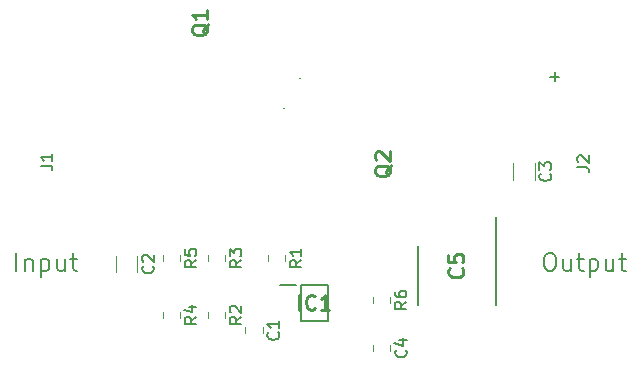
<source format=gbr>
%TF.GenerationSoftware,KiCad,Pcbnew,(5.1.9)-1*%
%TF.CreationDate,2021-09-21T17:39:54+01:00*%
%TF.ProjectId,InlinePowerpoleBOB,496e6c69-6e65-4506-9f77-6572706f6c65,rev?*%
%TF.SameCoordinates,Original*%
%TF.FileFunction,Legend,Top*%
%TF.FilePolarity,Positive*%
%FSLAX46Y46*%
G04 Gerber Fmt 4.6, Leading zero omitted, Abs format (unit mm)*
G04 Created by KiCad (PCBNEW (5.1.9)-1) date 2021-09-21 17:39:54*
%MOMM*%
%LPD*%
G01*
G04 APERTURE LIST*
%ADD10C,0.200000*%
%ADD11C,0.100000*%
%ADD12C,0.120000*%
%ADD13C,0.254000*%
%ADD14C,0.150000*%
G04 APERTURE END LIST*
D10*
X159524285Y-66869571D02*
X159810000Y-66869571D01*
X159952857Y-66941000D01*
X160095714Y-67083857D01*
X160167142Y-67369571D01*
X160167142Y-67869571D01*
X160095714Y-68155285D01*
X159952857Y-68298142D01*
X159810000Y-68369571D01*
X159524285Y-68369571D01*
X159381428Y-68298142D01*
X159238571Y-68155285D01*
X159167142Y-67869571D01*
X159167142Y-67369571D01*
X159238571Y-67083857D01*
X159381428Y-66941000D01*
X159524285Y-66869571D01*
X161452857Y-67369571D02*
X161452857Y-68369571D01*
X160810000Y-67369571D02*
X160810000Y-68155285D01*
X160881428Y-68298142D01*
X161024285Y-68369571D01*
X161238571Y-68369571D01*
X161381428Y-68298142D01*
X161452857Y-68226714D01*
X161952857Y-67369571D02*
X162524285Y-67369571D01*
X162167142Y-66869571D02*
X162167142Y-68155285D01*
X162238571Y-68298142D01*
X162381428Y-68369571D01*
X162524285Y-68369571D01*
X163024285Y-67369571D02*
X163024285Y-68869571D01*
X163024285Y-67441000D02*
X163167142Y-67369571D01*
X163452857Y-67369571D01*
X163595714Y-67441000D01*
X163667142Y-67512428D01*
X163738571Y-67655285D01*
X163738571Y-68083857D01*
X163667142Y-68226714D01*
X163595714Y-68298142D01*
X163452857Y-68369571D01*
X163167142Y-68369571D01*
X163024285Y-68298142D01*
X165024285Y-67369571D02*
X165024285Y-68369571D01*
X164381428Y-67369571D02*
X164381428Y-68155285D01*
X164452857Y-68298142D01*
X164595714Y-68369571D01*
X164810000Y-68369571D01*
X164952857Y-68298142D01*
X165024285Y-68226714D01*
X165524285Y-67369571D02*
X166095714Y-67369571D01*
X165738571Y-66869571D02*
X165738571Y-68155285D01*
X165810000Y-68298142D01*
X165952857Y-68369571D01*
X166095714Y-68369571D01*
X114502714Y-68369571D02*
X114502714Y-66869571D01*
X115217000Y-67369571D02*
X115217000Y-68369571D01*
X115217000Y-67512428D02*
X115288428Y-67441000D01*
X115431285Y-67369571D01*
X115645571Y-67369571D01*
X115788428Y-67441000D01*
X115859857Y-67583857D01*
X115859857Y-68369571D01*
X116574142Y-67369571D02*
X116574142Y-68869571D01*
X116574142Y-67441000D02*
X116717000Y-67369571D01*
X117002714Y-67369571D01*
X117145571Y-67441000D01*
X117217000Y-67512428D01*
X117288428Y-67655285D01*
X117288428Y-68083857D01*
X117217000Y-68226714D01*
X117145571Y-68298142D01*
X117002714Y-68369571D01*
X116717000Y-68369571D01*
X116574142Y-68298142D01*
X118574142Y-67369571D02*
X118574142Y-68369571D01*
X117931285Y-67369571D02*
X117931285Y-68155285D01*
X118002714Y-68298142D01*
X118145571Y-68369571D01*
X118359857Y-68369571D01*
X118502714Y-68298142D01*
X118574142Y-68226714D01*
X119074142Y-67369571D02*
X119645571Y-67369571D01*
X119288428Y-66869571D02*
X119288428Y-68155285D01*
X119359857Y-68298142D01*
X119502714Y-68369571D01*
X119645571Y-68369571D01*
%TO.C,IC1*%
X136775000Y-69620000D02*
X138200000Y-69620000D01*
X138550000Y-72620000D02*
X138550000Y-69620000D01*
X140850000Y-72620000D02*
X138550000Y-72620000D01*
X140850000Y-69620000D02*
X140850000Y-72620000D01*
X138550000Y-69620000D02*
X140850000Y-69620000D01*
%TO.C,C5*%
X148465000Y-66295000D02*
X148465000Y-71245000D01*
X155065000Y-63820000D02*
X155065000Y-71245000D01*
D11*
%TO.C,Q2*%
X138440000Y-52070000D02*
X138440000Y-52070000D01*
X138540000Y-52070000D02*
X138540000Y-52070000D01*
X138440000Y-52070000D02*
G75*
G02*
X138540000Y-52070000I50000J0D01*
G01*
X138540000Y-52070000D02*
G75*
G02*
X138440000Y-52070000I-50000J0D01*
G01*
%TO.C,Q1*%
X137150000Y-54610000D02*
X137150000Y-54610000D01*
X137050000Y-54610000D02*
X137050000Y-54610000D01*
X137150000Y-54610000D02*
G75*
G02*
X137050000Y-54610000I-50000J0D01*
G01*
X137050000Y-54610000D02*
G75*
G02*
X137150000Y-54610000I50000J0D01*
G01*
D12*
%TO.C,R6*%
X144680000Y-70622936D02*
X144680000Y-71077064D01*
X146150000Y-70622936D02*
X146150000Y-71077064D01*
%TO.C,R5*%
X126900000Y-67082936D02*
X126900000Y-67537064D01*
X128370000Y-67082936D02*
X128370000Y-67537064D01*
%TO.C,R4*%
X126900000Y-71892936D02*
X126900000Y-72347064D01*
X128370000Y-71892936D02*
X128370000Y-72347064D01*
%TO.C,R3*%
X130710000Y-67082936D02*
X130710000Y-67537064D01*
X132180000Y-67082936D02*
X132180000Y-67537064D01*
%TO.C,R2*%
X130710000Y-71892936D02*
X130710000Y-72347064D01*
X132180000Y-71892936D02*
X132180000Y-72347064D01*
%TO.C,R1*%
X135790000Y-67082936D02*
X135790000Y-67537064D01*
X137260000Y-67082936D02*
X137260000Y-67537064D01*
%TO.C,C4*%
X144680000Y-74668748D02*
X144680000Y-75191252D01*
X146150000Y-74668748D02*
X146150000Y-75191252D01*
%TO.C,C3*%
X156570000Y-59271248D02*
X156570000Y-60693752D01*
X158390000Y-59271248D02*
X158390000Y-60693752D01*
%TO.C,C2*%
X122915000Y-67106748D02*
X122915000Y-68529252D01*
X124735000Y-67106748D02*
X124735000Y-68529252D01*
%TO.C,C1*%
X133885000Y-73166248D02*
X133885000Y-73688752D01*
X135355000Y-73166248D02*
X135355000Y-73688752D01*
%TO.C,IC1*%
D13*
X138460238Y-71694523D02*
X138460238Y-70424523D01*
X139790714Y-71573571D02*
X139730238Y-71634047D01*
X139548809Y-71694523D01*
X139427857Y-71694523D01*
X139246428Y-71634047D01*
X139125476Y-71513095D01*
X139065000Y-71392142D01*
X139004523Y-71150238D01*
X139004523Y-70968809D01*
X139065000Y-70726904D01*
X139125476Y-70605952D01*
X139246428Y-70485000D01*
X139427857Y-70424523D01*
X139548809Y-70424523D01*
X139730238Y-70485000D01*
X139790714Y-70545476D01*
X141000238Y-71694523D02*
X140274523Y-71694523D01*
X140637380Y-71694523D02*
X140637380Y-70424523D01*
X140516428Y-70605952D01*
X140395476Y-70726904D01*
X140274523Y-70787380D01*
%TO.C,C5*%
X152218571Y-68156666D02*
X152279047Y-68217142D01*
X152339523Y-68398571D01*
X152339523Y-68519523D01*
X152279047Y-68700952D01*
X152158095Y-68821904D01*
X152037142Y-68882380D01*
X151795238Y-68942857D01*
X151613809Y-68942857D01*
X151371904Y-68882380D01*
X151250952Y-68821904D01*
X151130000Y-68700952D01*
X151069523Y-68519523D01*
X151069523Y-68398571D01*
X151130000Y-68217142D01*
X151190476Y-68156666D01*
X151069523Y-67007619D02*
X151069523Y-67612380D01*
X151674285Y-67672857D01*
X151613809Y-67612380D01*
X151553333Y-67491428D01*
X151553333Y-67189047D01*
X151613809Y-67068095D01*
X151674285Y-67007619D01*
X151795238Y-66947142D01*
X152097619Y-66947142D01*
X152218571Y-67007619D01*
X152279047Y-67068095D01*
X152339523Y-67189047D01*
X152339523Y-67491428D01*
X152279047Y-67612380D01*
X152218571Y-67672857D01*
%TO.C,J2*%
D14*
X161986980Y-59616933D02*
X162701266Y-59616933D01*
X162844123Y-59664552D01*
X162939361Y-59759790D01*
X162986980Y-59902647D01*
X162986980Y-59997885D01*
X162082219Y-59188361D02*
X162034600Y-59140742D01*
X161986980Y-59045504D01*
X161986980Y-58807409D01*
X162034600Y-58712171D01*
X162082219Y-58664552D01*
X162177457Y-58616933D01*
X162272695Y-58616933D01*
X162415552Y-58664552D01*
X162986980Y-59235980D01*
X162986980Y-58616933D01*
X160091428Y-52323952D02*
X160091428Y-51562047D01*
X160472380Y-51943000D02*
X159710476Y-51943000D01*
%TO.C,J1*%
X116546380Y-59489933D02*
X117260666Y-59489933D01*
X117403523Y-59537552D01*
X117498761Y-59632790D01*
X117546380Y-59775647D01*
X117546380Y-59870885D01*
X117546380Y-58489933D02*
X117546380Y-59061361D01*
X117546380Y-58775647D02*
X116546380Y-58775647D01*
X116689238Y-58870885D01*
X116784476Y-58966123D01*
X116832095Y-59061361D01*
%TO.C,Q2*%
D13*
X146237476Y-59429952D02*
X146177000Y-59550904D01*
X146056047Y-59671857D01*
X145874619Y-59853285D01*
X145814142Y-59974238D01*
X145814142Y-60095190D01*
X146116523Y-60034714D02*
X146056047Y-60155666D01*
X145935095Y-60276619D01*
X145693190Y-60337095D01*
X145269857Y-60337095D01*
X145027952Y-60276619D01*
X144907000Y-60155666D01*
X144846523Y-60034714D01*
X144846523Y-59792809D01*
X144907000Y-59671857D01*
X145027952Y-59550904D01*
X145269857Y-59490428D01*
X145693190Y-59490428D01*
X145935095Y-59550904D01*
X146056047Y-59671857D01*
X146116523Y-59792809D01*
X146116523Y-60034714D01*
X144967476Y-59006619D02*
X144907000Y-58946142D01*
X144846523Y-58825190D01*
X144846523Y-58522809D01*
X144907000Y-58401857D01*
X144967476Y-58341380D01*
X145088428Y-58280904D01*
X145209380Y-58280904D01*
X145390809Y-58341380D01*
X146116523Y-59067095D01*
X146116523Y-58280904D01*
%TO.C,Q1*%
X130743476Y-47491952D02*
X130683000Y-47612904D01*
X130562047Y-47733857D01*
X130380619Y-47915285D01*
X130320142Y-48036238D01*
X130320142Y-48157190D01*
X130622523Y-48096714D02*
X130562047Y-48217666D01*
X130441095Y-48338619D01*
X130199190Y-48399095D01*
X129775857Y-48399095D01*
X129533952Y-48338619D01*
X129413000Y-48217666D01*
X129352523Y-48096714D01*
X129352523Y-47854809D01*
X129413000Y-47733857D01*
X129533952Y-47612904D01*
X129775857Y-47552428D01*
X130199190Y-47552428D01*
X130441095Y-47612904D01*
X130562047Y-47733857D01*
X130622523Y-47854809D01*
X130622523Y-48096714D01*
X130622523Y-46342904D02*
X130622523Y-47068619D01*
X130622523Y-46705761D02*
X129352523Y-46705761D01*
X129533952Y-46826714D01*
X129654904Y-46947666D01*
X129715380Y-47068619D01*
%TO.C,R6*%
D14*
X147517380Y-71016666D02*
X147041190Y-71350000D01*
X147517380Y-71588095D02*
X146517380Y-71588095D01*
X146517380Y-71207142D01*
X146565000Y-71111904D01*
X146612619Y-71064285D01*
X146707857Y-71016666D01*
X146850714Y-71016666D01*
X146945952Y-71064285D01*
X146993571Y-71111904D01*
X147041190Y-71207142D01*
X147041190Y-71588095D01*
X146517380Y-70159523D02*
X146517380Y-70350000D01*
X146565000Y-70445238D01*
X146612619Y-70492857D01*
X146755476Y-70588095D01*
X146945952Y-70635714D01*
X147326904Y-70635714D01*
X147422142Y-70588095D01*
X147469761Y-70540476D01*
X147517380Y-70445238D01*
X147517380Y-70254761D01*
X147469761Y-70159523D01*
X147422142Y-70111904D01*
X147326904Y-70064285D01*
X147088809Y-70064285D01*
X146993571Y-70111904D01*
X146945952Y-70159523D01*
X146898333Y-70254761D01*
X146898333Y-70445238D01*
X146945952Y-70540476D01*
X146993571Y-70588095D01*
X147088809Y-70635714D01*
%TO.C,R5*%
X129737380Y-67476666D02*
X129261190Y-67810000D01*
X129737380Y-68048095D02*
X128737380Y-68048095D01*
X128737380Y-67667142D01*
X128785000Y-67571904D01*
X128832619Y-67524285D01*
X128927857Y-67476666D01*
X129070714Y-67476666D01*
X129165952Y-67524285D01*
X129213571Y-67571904D01*
X129261190Y-67667142D01*
X129261190Y-68048095D01*
X128737380Y-66571904D02*
X128737380Y-67048095D01*
X129213571Y-67095714D01*
X129165952Y-67048095D01*
X129118333Y-66952857D01*
X129118333Y-66714761D01*
X129165952Y-66619523D01*
X129213571Y-66571904D01*
X129308809Y-66524285D01*
X129546904Y-66524285D01*
X129642142Y-66571904D01*
X129689761Y-66619523D01*
X129737380Y-66714761D01*
X129737380Y-66952857D01*
X129689761Y-67048095D01*
X129642142Y-67095714D01*
%TO.C,R4*%
X129737380Y-72286666D02*
X129261190Y-72620000D01*
X129737380Y-72858095D02*
X128737380Y-72858095D01*
X128737380Y-72477142D01*
X128785000Y-72381904D01*
X128832619Y-72334285D01*
X128927857Y-72286666D01*
X129070714Y-72286666D01*
X129165952Y-72334285D01*
X129213571Y-72381904D01*
X129261190Y-72477142D01*
X129261190Y-72858095D01*
X129070714Y-71429523D02*
X129737380Y-71429523D01*
X128689761Y-71667619D02*
X129404047Y-71905714D01*
X129404047Y-71286666D01*
%TO.C,R3*%
X133547380Y-67476666D02*
X133071190Y-67810000D01*
X133547380Y-68048095D02*
X132547380Y-68048095D01*
X132547380Y-67667142D01*
X132595000Y-67571904D01*
X132642619Y-67524285D01*
X132737857Y-67476666D01*
X132880714Y-67476666D01*
X132975952Y-67524285D01*
X133023571Y-67571904D01*
X133071190Y-67667142D01*
X133071190Y-68048095D01*
X132547380Y-67143333D02*
X132547380Y-66524285D01*
X132928333Y-66857619D01*
X132928333Y-66714761D01*
X132975952Y-66619523D01*
X133023571Y-66571904D01*
X133118809Y-66524285D01*
X133356904Y-66524285D01*
X133452142Y-66571904D01*
X133499761Y-66619523D01*
X133547380Y-66714761D01*
X133547380Y-67000476D01*
X133499761Y-67095714D01*
X133452142Y-67143333D01*
%TO.C,R2*%
X133547380Y-72286666D02*
X133071190Y-72620000D01*
X133547380Y-72858095D02*
X132547380Y-72858095D01*
X132547380Y-72477142D01*
X132595000Y-72381904D01*
X132642619Y-72334285D01*
X132737857Y-72286666D01*
X132880714Y-72286666D01*
X132975952Y-72334285D01*
X133023571Y-72381904D01*
X133071190Y-72477142D01*
X133071190Y-72858095D01*
X132642619Y-71905714D02*
X132595000Y-71858095D01*
X132547380Y-71762857D01*
X132547380Y-71524761D01*
X132595000Y-71429523D01*
X132642619Y-71381904D01*
X132737857Y-71334285D01*
X132833095Y-71334285D01*
X132975952Y-71381904D01*
X133547380Y-71953333D01*
X133547380Y-71334285D01*
%TO.C,R1*%
X138627380Y-67476666D02*
X138151190Y-67810000D01*
X138627380Y-68048095D02*
X137627380Y-68048095D01*
X137627380Y-67667142D01*
X137675000Y-67571904D01*
X137722619Y-67524285D01*
X137817857Y-67476666D01*
X137960714Y-67476666D01*
X138055952Y-67524285D01*
X138103571Y-67571904D01*
X138151190Y-67667142D01*
X138151190Y-68048095D01*
X138627380Y-66524285D02*
X138627380Y-67095714D01*
X138627380Y-66810000D02*
X137627380Y-66810000D01*
X137770238Y-66905238D01*
X137865476Y-67000476D01*
X137913095Y-67095714D01*
%TO.C,C4*%
X147452142Y-75096666D02*
X147499761Y-75144285D01*
X147547380Y-75287142D01*
X147547380Y-75382380D01*
X147499761Y-75525238D01*
X147404523Y-75620476D01*
X147309285Y-75668095D01*
X147118809Y-75715714D01*
X146975952Y-75715714D01*
X146785476Y-75668095D01*
X146690238Y-75620476D01*
X146595000Y-75525238D01*
X146547380Y-75382380D01*
X146547380Y-75287142D01*
X146595000Y-75144285D01*
X146642619Y-75096666D01*
X146880714Y-74239523D02*
X147547380Y-74239523D01*
X146499761Y-74477619D02*
X147214047Y-74715714D01*
X147214047Y-74096666D01*
%TO.C,C3*%
X159687142Y-60149166D02*
X159734761Y-60196785D01*
X159782380Y-60339642D01*
X159782380Y-60434880D01*
X159734761Y-60577738D01*
X159639523Y-60672976D01*
X159544285Y-60720595D01*
X159353809Y-60768214D01*
X159210952Y-60768214D01*
X159020476Y-60720595D01*
X158925238Y-60672976D01*
X158830000Y-60577738D01*
X158782380Y-60434880D01*
X158782380Y-60339642D01*
X158830000Y-60196785D01*
X158877619Y-60149166D01*
X158782380Y-59815833D02*
X158782380Y-59196785D01*
X159163333Y-59530119D01*
X159163333Y-59387261D01*
X159210952Y-59292023D01*
X159258571Y-59244404D01*
X159353809Y-59196785D01*
X159591904Y-59196785D01*
X159687142Y-59244404D01*
X159734761Y-59292023D01*
X159782380Y-59387261D01*
X159782380Y-59672976D01*
X159734761Y-59768214D01*
X159687142Y-59815833D01*
%TO.C,C2*%
X126032142Y-67984666D02*
X126079761Y-68032285D01*
X126127380Y-68175142D01*
X126127380Y-68270380D01*
X126079761Y-68413238D01*
X125984523Y-68508476D01*
X125889285Y-68556095D01*
X125698809Y-68603714D01*
X125555952Y-68603714D01*
X125365476Y-68556095D01*
X125270238Y-68508476D01*
X125175000Y-68413238D01*
X125127380Y-68270380D01*
X125127380Y-68175142D01*
X125175000Y-68032285D01*
X125222619Y-67984666D01*
X125222619Y-67603714D02*
X125175000Y-67556095D01*
X125127380Y-67460857D01*
X125127380Y-67222761D01*
X125175000Y-67127523D01*
X125222619Y-67079904D01*
X125317857Y-67032285D01*
X125413095Y-67032285D01*
X125555952Y-67079904D01*
X126127380Y-67651333D01*
X126127380Y-67032285D01*
%TO.C,C1*%
X136657142Y-73594166D02*
X136704761Y-73641785D01*
X136752380Y-73784642D01*
X136752380Y-73879880D01*
X136704761Y-74022738D01*
X136609523Y-74117976D01*
X136514285Y-74165595D01*
X136323809Y-74213214D01*
X136180952Y-74213214D01*
X135990476Y-74165595D01*
X135895238Y-74117976D01*
X135800000Y-74022738D01*
X135752380Y-73879880D01*
X135752380Y-73784642D01*
X135800000Y-73641785D01*
X135847619Y-73594166D01*
X136752380Y-72641785D02*
X136752380Y-73213214D01*
X136752380Y-72927500D02*
X135752380Y-72927500D01*
X135895238Y-73022738D01*
X135990476Y-73117976D01*
X136038095Y-73213214D01*
%TD*%
M02*

</source>
